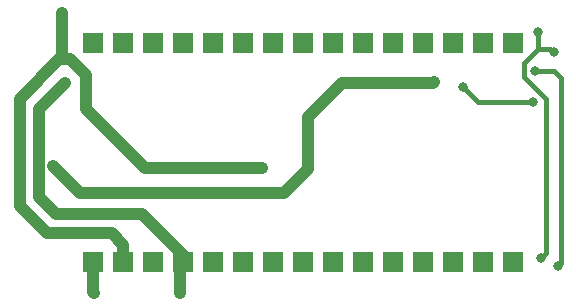
<source format=gbr>
%TF.GenerationSoftware,KiCad,Pcbnew,(6.0.2)*%
%TF.CreationDate,2023-05-04T12:33:08+02:00*%
%TF.ProjectId,ArduBatt,41726475-4261-4747-942e-6b696361645f,rev?*%
%TF.SameCoordinates,Original*%
%TF.FileFunction,Copper,L2,Bot*%
%TF.FilePolarity,Positive*%
%FSLAX46Y46*%
G04 Gerber Fmt 4.6, Leading zero omitted, Abs format (unit mm)*
G04 Created by KiCad (PCBNEW (6.0.2)) date 2023-05-04 12:33:08*
%MOMM*%
%LPD*%
G01*
G04 APERTURE LIST*
%TA.AperFunction,SMDPad,CuDef*%
%ADD10R,1.665000X1.665000*%
%TD*%
%TA.AperFunction,ViaPad*%
%ADD11C,0.800000*%
%TD*%
%TA.AperFunction,Conductor*%
%ADD12C,1.000000*%
%TD*%
%TA.AperFunction,Conductor*%
%ADD13C,0.400000*%
%TD*%
G04 APERTURE END LIST*
D10*
%TO.P,U2,1,D13*%
%TO.N,unconnected-(U2-Pad1)*%
X148500000Y-87105000D03*
%TO.P,U2,2,+3V3*%
%TO.N,unconnected-(U2-Pad2)*%
X145960000Y-87105000D03*
%TO.P,U2,3,AREF*%
%TO.N,unconnected-(U2-Pad3)*%
X143420000Y-87105000D03*
%TO.P,U2,4,A0/DAC0*%
%TO.N,unconnected-(U2-Pad4)*%
X140880000Y-87105000D03*
%TO.P,U2,5,A1*%
%TO.N,unconnected-(U2-Pad5)*%
X138340000Y-87105000D03*
%TO.P,U2,6,A2*%
%TO.N,unconnected-(U2-Pad6)*%
X135800000Y-87105000D03*
%TO.P,U2,7,A3*%
%TO.N,unconnected-(U2-Pad7)*%
X133260000Y-87105000D03*
%TO.P,U2,8,A4/SDA*%
%TO.N,unconnected-(U2-Pad8)*%
X130720000Y-87105000D03*
%TO.P,U2,9,A5/SCL*%
%TO.N,unconnected-(U2-Pad9)*%
X128180000Y-87105000D03*
%TO.P,U2,10,A6*%
%TO.N,unconnected-(U2-Pad10)*%
X125640000Y-87105000D03*
%TO.P,U2,11,A7*%
%TO.N,unconnected-(U2-Pad11)*%
X123100000Y-87105000D03*
%TO.P,U2,12,VUSB*%
%TO.N,VBUS*%
X120560000Y-87105000D03*
%TO.P,U2,13,RST_1*%
%TO.N,unconnected-(U2-Pad13)*%
X118020000Y-87105000D03*
%TO.P,U2,14,GND_1*%
%TO.N,GND*%
X115480000Y-87105000D03*
%TO.P,U2,15,VIN*%
%TO.N,Net-(D2-Pad1)*%
X112940000Y-87105000D03*
%TO.P,U2,16,TX*%
%TO.N,unconnected-(U2-Pad16)*%
X112940000Y-68605000D03*
%TO.P,U2,17,RX*%
%TO.N,unconnected-(U2-Pad17)*%
X115480000Y-68605000D03*
%TO.P,U2,18,RST_2*%
%TO.N,unconnected-(U2-Pad18)*%
X118020000Y-68605000D03*
%TO.P,U2,19,GND_2*%
%TO.N,unconnected-(U2-Pad19)*%
X120560000Y-68605000D03*
%TO.P,U2,20,D2*%
%TO.N,unconnected-(U2-Pad20)*%
X123100000Y-68605000D03*
%TO.P,U2,21,D3/PWM*%
%TO.N,unconnected-(U2-Pad21)*%
X125640000Y-68605000D03*
%TO.P,U2,22,D4*%
%TO.N,unconnected-(U2-Pad22)*%
X128180000Y-68605000D03*
%TO.P,U2,23,D5/PWM*%
%TO.N,unconnected-(U2-Pad23)*%
X130720000Y-68605000D03*
%TO.P,U2,24,D6/PWM*%
%TO.N,unconnected-(U2-Pad24)*%
X133260000Y-68605000D03*
%TO.P,U2,25,D7*%
%TO.N,unconnected-(U2-Pad25)*%
X135800000Y-68605000D03*
%TO.P,U2,26,D8*%
%TO.N,unconnected-(U2-Pad26)*%
X138340000Y-68605000D03*
%TO.P,U2,27,D9/PWM*%
%TO.N,unconnected-(U2-Pad27)*%
X140880000Y-68605000D03*
%TO.P,U2,28,D10/PWM*%
%TO.N,unconnected-(U2-Pad28)*%
X143420000Y-68605000D03*
%TO.P,U2,29,D11/MOSI*%
%TO.N,unconnected-(U2-Pad29)*%
X145960000Y-68605000D03*
%TO.P,U2,30,D12/MISO*%
%TO.N,unconnected-(U2-Pad30)*%
X148500000Y-68605000D03*
%TD*%
D11*
%TO.N,GND*%
X151900000Y-69400000D03*
X110300000Y-66100000D03*
X150800000Y-86800000D03*
X127200000Y-79200000D03*
X150600000Y-67631750D03*
%TO.N,/+BattSw*%
X144200000Y-72300000D03*
X150200000Y-73599500D03*
%TO.N,VBUS*%
X150300000Y-71000000D03*
X120250000Y-89750000D03*
X152250000Y-87500000D03*
X110500000Y-72000000D03*
%TO.N,+BATT*%
X109499520Y-79000000D03*
X141800000Y-71900000D03*
%TO.N,Net-(D2-Pad1)*%
X113000000Y-89750000D03*
%TD*%
D12*
%TO.N,GND*%
X117300000Y-79200000D02*
X112300000Y-74200000D01*
X115480000Y-87105000D02*
X115480000Y-85680000D01*
D13*
X150600000Y-67631750D02*
X150600000Y-69100000D01*
X150600000Y-69100000D02*
X149400000Y-70300000D01*
D12*
X114500000Y-84700000D02*
X109000000Y-84700000D01*
X115480000Y-85680000D02*
X114500000Y-84700000D01*
X112300000Y-74200000D02*
X112300000Y-71300000D01*
D13*
X149400000Y-70300000D02*
X149400000Y-71500000D01*
X151900000Y-69400000D02*
X151600000Y-69100000D01*
X151250000Y-86350000D02*
X150800000Y-86800000D01*
D12*
X127200000Y-79200000D02*
X117300000Y-79200000D01*
D13*
X151600000Y-69100000D02*
X150600000Y-69100000D01*
D12*
X110300000Y-69972113D02*
X110300000Y-66100000D01*
X106700000Y-73300000D02*
X110027887Y-69972113D01*
D13*
X149400000Y-71500000D02*
X151250000Y-73350000D01*
D12*
X110972113Y-69972113D02*
X110300000Y-69972113D01*
X106700000Y-82400000D02*
X106700000Y-73300000D01*
X112300000Y-71300000D02*
X110972113Y-69972113D01*
D13*
X151250000Y-73350000D02*
X151250000Y-86350000D01*
D12*
X109000000Y-84700000D02*
X106700000Y-82400000D01*
X110027887Y-69972113D02*
X110300000Y-69972113D01*
D13*
%TO.N,/+BattSw*%
X150200000Y-73599500D02*
X145499500Y-73599500D01*
X145499500Y-73599500D02*
X144200000Y-72300000D01*
D12*
%TO.N,VBUS*%
X117079022Y-83100000D02*
X120560000Y-86580978D01*
X120560000Y-86580978D02*
X120560000Y-87105000D01*
D13*
X150300000Y-71000000D02*
X151900000Y-71000000D01*
X151900000Y-71000000D02*
X152500000Y-71600000D01*
D12*
X120250000Y-87415000D02*
X120560000Y-87105000D01*
D13*
X152500000Y-87250000D02*
X152250000Y-87500000D01*
D12*
X110500000Y-72000000D02*
X108300000Y-74200000D01*
X108300000Y-81600000D02*
X109800000Y-83100000D01*
X120250000Y-89750000D02*
X120250000Y-87415000D01*
D13*
X152500000Y-71600000D02*
X152500000Y-87250000D01*
D12*
X109800000Y-83100000D02*
X117079022Y-83100000D01*
X108300000Y-74200000D02*
X108300000Y-81600000D01*
%TO.N,+BATT*%
X141700000Y-72000000D02*
X134000000Y-72000000D01*
X131100000Y-74900000D02*
X131100000Y-79300000D01*
X129100000Y-81300000D02*
X111799520Y-81300000D01*
X131100000Y-79300000D02*
X129100000Y-81300000D01*
X111799520Y-81300000D02*
X109499520Y-79000000D01*
X134000000Y-72000000D02*
X131100000Y-74900000D01*
X141800000Y-71900000D02*
X141700000Y-72000000D01*
%TO.N,Net-(D2-Pad1)*%
X112940000Y-87105000D02*
X112940000Y-89690000D01*
X112940000Y-89690000D02*
X113000000Y-89750000D01*
%TD*%
M02*

</source>
